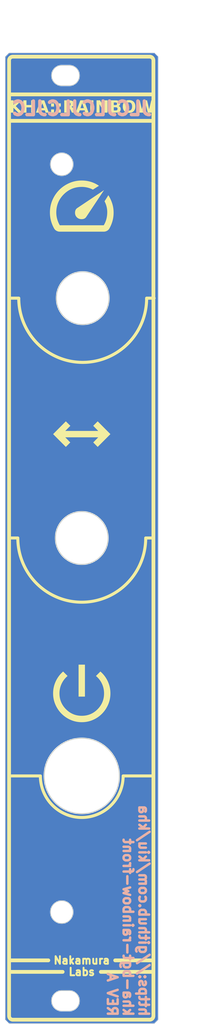
<source format=kicad_pcb>
(kicad_pcb (version 20221018) (generator pcbnew)
  (layers (0 "F.Cu" signal) (31 "B.Cu" signal) (34 "B.Paste" user) (35 "F.Paste" user) (36 "B.SilkS" user "B.Silkscreen") (37 "F.SilkS" user "F.Silkscreen") (38 "B.Mask" user) (39 "F.Mask" user) (44 "Edge.Cuts" user))
  (net 0 "")
  (gr_line (start 61.625 56.25) (end 60.5 56.25) (stroke (width 0.4)) (layer "F.SilkS"))
  (gr_line (start 79.5 119.5) (end 75.5 119.5) (stroke (width 0.4)) (layer "F.SilkS"))
  (gr_arc (start 79.525 151.275001) (mid 79.378553 151.628554) (end 79.025 151.775001) (stroke (width 0.5)) (layer "F.SilkS"))
  (gr_line (start 67.46 145.441) (end 60.348 145.441) (stroke (width 0.5)) (layer "F.SilkS"))
  (gr_arc (start 78.625 56.25) (mid 70.125 64.75) (end 61.625 56.25) (stroke (width 0.4)) (layer "F.SilkS"))
  (gr_line (start 65.555 143.917) (end 60.348 143.917) (stroke (width 0.5)) (layer "F.SilkS"))
  (gr_line (start 79.525 24.774999) (end 79.525 151.275001) (stroke (width 0.5)) (layer "F.SilkS"))
  (gr_line (start 61.625001 56.25) (end 60.625 56.25) (stroke (width 0.4)) (layer "F.SilkS"))
  (gr_line (start 61.500001 88) (end 60.5 88) (stroke (width 0.4)) (layer "F.SilkS"))
  (gr_line (start 79.525 143.917) (end 74.445 143.917) (stroke (width 0.5)) (layer "F.SilkS"))
  (gr_arc (start 78.499999 88) (mid 70 96.499999) (end 61.500001 88) (stroke (width 0.4)) (layer "F.SilkS"))
  (gr_poly (pts (xy 70.592584 45.5) (xy 70.567944 45.534623) (xy 70.541651 45.567055) (xy 70.513705 45.597296) (xy 70.484104 45.625346) (xy 70.45285 45.651205) (xy 70.419943 45.674873) (xy 70.385382 45.69635) (xy 70.349167 45.715635) (xy 70.311298 45.73273) (xy 70.271776 45.747633) (xy 70.2306 45.760346) (xy 70.187771 45.770867) (xy 70.143288 45.779197) (xy 70.097151 45.785336) (xy 70.049361 45.789284) (xy 69.999917 45.791041) (xy 69.950225 45.79069) (xy 69.90169 45.788313) (xy 69.854313 45.78391) (xy 69.808094 45.777482) (xy 69.763032 45.769028) (xy 69.719128 45.758548) (xy 69.676381 45.746042) (xy 69.634792 45.731511) (xy 69.59436 45.714953) (xy 69.555086 45.696371) (xy 69.516969 45.675762) (xy 69.48001 45.653128) (xy 69.444209 45.628468) (xy 69.409565 45.601782) (xy 69.376079 45.57307) (xy 69.34375 45.542333) (xy 69.313054 45.510046) (xy 69.284467 45.476683) (xy 69.257988 45.442246) (xy 69.233617 45.406734) (xy 69.211355 45.370147) (xy 69.191201 45.332486) (xy 69.173156 45.293749) (xy 69.157219 45.253937) (xy 69.14339 45.213051) (xy 69.13167 45.17109) (xy 69.122058 45.128054) (xy 69.114555 45.083943) (xy 69.10916 45.038757) (xy 69.105873 44.992496) (xy 69.104695 44.945161) (xy 69.105625 44.89675) (xy 69.108664 44.848588) (xy 69.113811 44.801996) (xy 69.121066 44.756976) (xy 69.13043 44.713526) (xy 69.141902 44.671648) (xy 69.155483 44.63134) (xy 69.171171 44.592604) (xy 69.179807 44.573824) (xy 69.188969 44.555438) (xy 69.198658 44.537444) (xy 69.208875 44.519843) (xy 69.219618 44.502635) (xy 69.230889 44.485819) (xy 69.242687 44.469396) (xy 69.255011 44.453366) (xy 69.267863 44.437729) (xy 69.281242 44.422484) (xy 69.295148 44.407633) (xy 69.309582 44.393174) (xy 69.324542 44.379107) (xy 69.34003 44.365434) (xy 69.372586 44.339265) (xy 69.40725 44.314667) (xy 72.96325 41.944)) (fill solid) (layer "F.SilkS"))
  (gr_line (start 64.5 119.5) (end 60.5 119.5) (stroke (width 0.4)) (layer "F.SilkS"))
  (gr_arc (start 60.340001 24.774999) (mid 60.486448 24.421447) (end 60.84 24.275) (stroke (width 0.5)) (layer "F.SilkS"))
  (gr_poly (pts (xy 73.81 74.250001) (xy 72.116668 75.943334) (xy 71.524001 75.350667) (xy 72.190751 74.673334) (xy 67.809251 74.673334) (xy 68.476001 75.350667) (xy 67.883334 75.943334) (xy 66.190001 74.250001) (xy 67.883334 72.556667) (xy 68.486584 73.149334) (xy 67.809251 73.826668) (xy 72.190751 73.826668) (xy 71.524001 73.149334) (xy 72.116668 72.556667)) (fill solid) (layer "F.SilkS"))
  (gr_poly (pts (xy 72.554759 105.746411) (xy 72.630786 105.817559) (xy 72.70458 105.890278) (xy 72.776141 105.964568) (xy 72.84547 106.040429) (xy 72.912567 106.117861) (xy 72.977431 106.196864) (xy 73.040063 106.277438) (xy 73.100463 106.359583) (xy 73.15863 106.443298) (xy 73.214564 106.528585) (xy 73.268266 106.615443) (xy 73.319736 106.703872) (xy 73.368973 106.793871) (xy 73.415978 106.885442) (xy 73.46075 106.978583) (xy 73.503042 107.072883) (xy 73.542606 107.167926) (xy 73.579441 107.263713) (xy 73.613547 107.360245) (xy 73.644925 107.457521) (xy 73.673575 107.55554) (xy 73.699496 107.654304) (xy 73.722688 107.753813) (xy 73.743152 107.854065) (xy 73.760887 107.955061) (xy 73.775894 108.056802) (xy 73.788172 108.159287) (xy 73.797722 108.262516) (xy 73.804543 108.366489) (xy 73.808636 108.471206) (xy 73.81 108.576667) (xy 73.808822 108.674211) (xy 73.805287 108.771053) (xy 73.799396 108.867192) (xy 73.791149 108.962628) (xy 73.780545 109.057361) (xy 73.767584 109.151392) (xy 73.752267 109.244719) (xy 73.734594 109.337344) (xy 73.714564 109.429266) (xy 73.692178 109.520486) (xy 73.667435 109.611002) (xy 73.640336 109.700816) (xy 73.610881 109.789926) (xy 73.579069 109.878334) (xy 73.5449 109.96604) (xy 73.508375 110.053042) (xy 73.469846 110.139011) (xy 73.429662 110.223616) (xy 73.387825 110.306856) (xy 73.344334 110.388732) (xy 73.29919 110.469244) (xy 73.252391 110.548392) (xy 73.20394 110.626175) (xy 73.153834 110.702594) (xy 73.102075 110.777649) (xy 73.048662 110.85134) (xy 72.993596 110.923666) (xy 72.936876 110.994628) (xy 72.878502 111.064226) (xy 72.818475 111.132459) (xy 72.756794 111.199328) (xy 72.693459 111.264833) (xy 72.628595 111.328809) (xy 72.562325 111.391089) (xy 72.49465 111.451675) (xy 72.425569 111.510565) (xy 72.355082 111.567761) (xy 72.28319 111.623261) (xy 72.209892 111.677067) (xy 72.135188 111.729177) (xy 72.059079 111.779593) (xy 71.981565 111.828313) (xy 71.902644 111.875339) (xy 71.822318 111.920669) (xy 71.740587 111.964305) (xy 71.65745 112.006245) (xy 71.572907 112.046491) (xy 71.486959 112.085041) (xy 71.399915 112.121566) (xy 71.312086 112.155735) (xy 71.223471 112.187547) (xy 71.134071 112.217002) (xy 71.043885 112.244101) (xy 70.952914 112.268844) (xy 70.861157 112.29123) (xy 70.768615 112.31126) (xy 70.675288 112.328933) (xy 70.581175 112.34425) (xy 70.486276 112.357211) (xy 70.390592 112.367815) (xy 70.294122 112.376062) (xy 70.196867 112.381953) (xy 70.098827 112.385488) (xy 70.000001 112.386666) (xy 69.902456 112.385488) (xy 69.805615 112.381953) (xy 69.709476 112.376062) (xy 69.61404 112.367815) (xy 69.519307 112.357211) (xy 69.425276 112.34425) (xy 69.331949 112.328933) (xy 69.239324 112.31126) (xy 69.147402 112.29123) (xy 69.056182 112.268844) (xy 68.965666 112.244101) (xy 68.875852 112.217002) (xy 68.786741 112.187547) (xy 68.698333 112.155735) (xy 68.610628 112.121566) (xy 68.523626 112.085041) (xy 68.437657 112.046491) (xy 68.353052 112.006245) (xy 68.269812 111.964305) (xy 68.187936 111.920669) (xy 68.107424 111.875339) (xy 68.028276 111.828313) (xy 67.950493 111.779593) (xy 67.874074 111.729177) (xy 67.799019 111.677067) (xy 67.725328 111.623261) (xy 67.653002 111.567761) (xy 67.58204 111.510565) (xy 67.512442 111.451675) (xy 67.444209 111.391089) (xy 67.377339 111.328809) (xy 67.311834 111.264833) (xy 67.247859 111.199328) (xy 67.185578 111.132459) (xy 67.124993 111.064226) (xy 67.066102 110.994628) (xy 67.008907 110.923666) (xy 66.953406 110.85134) (xy 66.899601 110.777649) (xy 66.84749 110.702594) (xy 66.797075 110.626175) (xy 66.748354 110.548392) (xy 66.701329 110.469244) (xy 66.655998 110.388732) (xy 66.612363 110.306856) (xy 66.570422 110.223616) (xy 66.530177 110.139011) (xy 66.491626 110.053042) (xy 66.455101 109.96604) (xy 66.420933 109.878334) (xy 66.389121 109.789926) (xy 66.359665 109.700816) (xy 66.332566 109.611002) (xy 66.307823 109.520486) (xy 66.285437 109.429266) (xy 66.265407 109.337344) (xy 66.247734 109.244719) (xy 66.232417 109.151392) (xy 66.219457 109.057361) (xy 66.208853 108.962628) (xy 66.200605 108.867192) (xy 66.194714 108.771053) (xy 66.191179 108.674211) (xy 66.190001 108.576667) (xy 66.191365 108.471206) (xy 66.195458 108.366489) (xy 66.202279 108.262516) (xy 66.211829 108.159287) (xy 66.224107 108.056802) (xy 66.239114 107.955061) (xy 66.25685 107.854065) (xy 66.277313 107.753813) (xy 66.300506 107.654304) (xy 66.326427 107.55554) (xy 66.355076 107.457521) (xy 66.386454 107.360245) (xy 66.420561 107.263713) (xy 66.457395 107.167926) (xy 66.496959 107.072883) (xy 66.539251 106.978583) (xy 66.584023 106.885442) (xy 66.631028 106.793871) (xy 66.680266 106.703872) (xy 66.731735 106.615443) (xy 66.785437 106.528585) (xy 66.841372 106.443298) (xy 66.899539 106.359583) (xy 66.959938 106.277438) (xy 67.02257 106.196864) (xy 67.087435 106.117861) (xy 67.154531 106.040429) (xy 67.22386 105.964568) (xy 67.295422 105.890278) (xy 67.369216 105.817559) (xy 67.445242 105.746411) (xy 67.523501 105.676834) (xy 68.116168 106.2695) (xy 68.053536 106.32312) (xy 67.99264 106.378145) (xy 67.933481 106.434576) (xy 67.876058 106.492412) (xy 67.820372 106.551654) (xy 67.766421 106.612301) (xy 67.714208 106.674354) (xy 67.66373 106.737813) (xy 67.614989 106.802677) (xy 67.567984 106.868947) (xy 67.522715 106.936622) (xy 67.479183 107.005703) (xy 67.437387 107.07619) (xy 67.397328 107.148082) (xy 67.359005 107.22138) (xy 67.322418 107.296083) (xy 67.287815 107.371779) (xy 67.255445 107.448053) (xy 67.225307 107.524907) (xy 67.197402 107.602339) (xy 67.171729 107.680349) (xy 67.148289 107.758939) (xy 67.127081 107.838107) (xy 67.108105 107.917854) (xy 67.091362 107.99818) (xy 67.076851 108.079085) (xy 67.064573 108.160568) (xy 67.054527 108.24263) (xy 67.046713 108.325271) (xy 67.041132 108.408491) (xy 67.037784 108.49229) (xy 67.036668 108.576667) (xy 67.040058 108.72872) (xy 67.050227 108.877961) (xy 67.067177 109.024392) (xy 67.090907 109.168011) (xy 67.121417 109.308819) (xy 67.158707 109.446816) (xy 67.202776 109.582001) (xy 67.253626 109.714375) (xy 67.311255 109.843939) (xy 67.375665 109.97069) (xy 67.446854 110.094631) (xy 67.524824 110.215761) (xy 67.609573 110.334079) (xy 67.701102 110.449586) (xy 67.799412 110.562282) (xy 67.904501 110.672167) (xy 68.014386 110.777256) (xy 68.127082 110.875565) (xy 68.242589 110.967095) (xy 68.360907 111.051844) (xy 68.482037 111.129813) (xy 68.605977 111.201003) (xy 68.732729 111.265412) (xy 68.862292 111.323042) (xy 68.994667 111.373891) (xy 69.129852 111.417961) (xy 69.267849 111.455251) (xy 69.408657 111.48576) (xy 69.552276 111.50949) (xy 69.698707 111.52644) (xy 69.847948 111.53661) (xy 70.000001 111.54) (xy 70.153315 111.53661) (xy 70.303693 111.52644) (xy 70.451136 111.50949) (xy 70.595644 111.48576) (xy 70.737217 111.455251) (xy 70.875854 111.417961) (xy 71.011557 111.373891) (xy 71.144324 111.323042) (xy 71.274156 111.265412) (xy 71.401052 111.201003) (xy 71.525014 111.129813) (xy 71.64604 111.051844) (xy 71.764131 110.967095) (xy 71.879287 110.875565) (xy 71.991507 110.777256) (xy 72.100792 110.672167) (xy 72.205241 110.562282) (xy 72.302951 110.449586) (xy 72.393922 110.334079) (xy 72.478154 110.215761) (xy 72.555648 110.094631) (xy 72.626404 109.97069) (xy 72.69042 109.843939) (xy 72.747698 109.714375) (xy 72.798238 109.582001) (xy 72.842039 109.446816) (xy 72.879101 109.308819) (xy 72.909425 109.168011) (xy 72.93301 109.024392) (xy 72.949856 108.877961) (xy 72.959964 108.72872) (xy 72.963334 108.576667) (xy 72.962238 108.49229) (xy 72.958952 108.408491) (xy 72.953474 108.325271) (xy 72.945805 108.24263) (xy 72.935945 108.160568) (xy 72.923894 108.079085) (xy 72.909652 107.99818) (xy 72.893219 107.917854) (xy 72.874595 107.838107) (xy 72.85378 107.758939) (xy 72.830774 107.680349) (xy 72.805576 107.602339) (xy 72.778188 107.524907) (xy 72.748608 107.448053) (xy 72.716837 107.371779) (xy 72.682876 107.296083) (xy 72.646888 107.22138) (xy 72.60904 107.148082) (xy 72.569332 107.07619) (xy 72.527764 107.005703) (xy 72.484335 106.936622) (xy 72.439046 106.868947) (xy 72.391896 106.802677) (xy 72.342886 106.737813) (xy 72.292016 106.674354) (xy 72.239285 106.612301) (xy 72.184694 106.551654) (xy 72.128243 106.492412) (xy 72.069931 106.434576) (xy 72.009759 106.378145) (xy 71.947727 106.32312) (xy 71.883834 106.2695) (xy 72.4765 105.676834)) (fill solid) (layer "F.SilkS"))
  (gr_line (start 79.625 56.25) (end 78.625 56.25) (stroke (width 0.4)) (layer "F.SilkS"))
  (gr_line (start 60.34 151.275) (end 60.34 24.775) (stroke (width 0.5)) (layer "F.SilkS"))
  (gr_arc (start 79.025 24.274999) (mid 79.378553 24.421446) (end 79.525 24.774999) (stroke (width 0.5)) (layer "F.SilkS"))
  (gr_line (start 60.84 24.275) (end 79.025 24.274999) (stroke (width 0.5)) (layer "F.SilkS"))
  (gr_arc (start 75.5 119.5) (mid 70 125) (end 64.5 119.5) (stroke (width 0.4)) (layer "F.SilkS"))
  (gr_poly (pts (xy 70.423334 109) (xy 69.576668 109) (xy 69.576668 104.766667) (xy 70.423334 104.766667)) (fill solid) (layer "F.SilkS"))
  (gr_line (start 79.025 151.775001) (end 60.84 151.775) (stroke (width 0.5)) (layer "F.SilkS"))
  (gr_line (start 79.5 56.25) (end 78.625 56.25) (stroke (width 0.4)) (layer "F.SilkS"))
  (gr_poly (pts (xy 70.155277 40.676729) (xy 70.309148 40.684914) (xy 70.461532 40.698557) (xy 70.612427 40.717656) (xy 70.761834 40.742213) (xy 70.909753 40.772227) (xy 71.056183 40.807698) (xy 71.201125 40.848625) (xy 71.344248 40.89501) (xy 71.485221 40.946852) (xy 71.624045 41.004151) (xy 71.760719 41.066907) (xy 71.895243 41.135119) (xy 72.027617 41.208789) (xy 72.157842 41.287916) (xy 72.285917 41.3725) (xy 71.481583 41.8805) (xy 71.393857 41.836927) (xy 71.305305 41.796164) (xy 71.215925 41.758213) (xy 71.125719 41.723073) (xy 71.034686 41.690745) (xy 70.942826 41.661227) (xy 70.850139 41.63452) (xy 70.756625 41.610625) (xy 70.662615 41.589541) (xy 70.56844 41.571268) (xy 70.4741 41.555807) (xy 70.379594 41.543156) (xy 70.284923 41.533317) (xy 70.190086 41.526289) (xy 70.095084 41.522073) (xy 69.999917 41.520667) (xy 69.825602 41.524532) (xy 69.654553 41.536129) (xy 69.48677 41.555456) (xy 69.322253 41.582513) (xy 69.161002 41.617302) (xy 69.003016 41.659821) (xy 68.848297 41.710071) (xy 68.696844 41.768052) (xy 68.548657 41.833764) (xy 68.403735 41.907207) (xy 68.26208 41.98838) (xy 68.12369 42.077284) (xy 67.988567 42.173919) (xy 67.856709 42.278285) (xy 67.728118 42.390381) (xy 67.602792 42.510208) (xy 67.482965 42.635534) (xy 67.370868 42.764126) (xy 67.266502 42.895983) (xy 67.169867 43.031107) (xy 67.080963 43.169496) (xy 66.99979 43.311152) (xy 66.926347 43.456073) (xy 66.860636 43.60426) (xy 66.802655 43.755714) (xy 66.752405 43.910433) (xy 66.709885 44.068418) (xy 66.675097 44.229669) (xy 66.648039 44.394186) (xy 66.628712 44.561969) (xy 66.617116 44.733018) (xy 66.61325 44.907333) (xy 66.615152 45.018293) (xy 66.620857 45.128922) (xy 66.630365 45.23922) (xy 66.643677 45.349187) (xy 66.660793 45.458824) (xy 66.681711 45.56813) (xy 66.706433 45.677105) (xy 66.734959 45.78575) (xy 66.766957 45.893402) (xy 66.802097 45.999401) (xy 66.840378 46.103746) (xy 66.881802 46.206438) (xy 66.926368 46.307475) (xy 66.974076 46.406859) (xy 67.024925 46.50459) (xy 67.078917 46.600667) (xy 72.920916 46.600667) (xy 72.979704 46.499629) (xy 73.034357 46.397599) (xy 73.084876 46.294577) (xy 73.13126 46.190563) (xy 73.173511 46.085556) (xy 73.211628 45.979558) (xy 73.24561 45.872567) (xy 73.275458 45.764583) (xy 73.301503 45.655608) (xy 73.324076 45.545641) (xy 73.343175 45.434681) (xy 73.358802 45.322729) (xy 73.370956 45.209785) (xy 73.379638 45.095849) (xy 73.384847 44.980921) (xy 73.386583 44.865) (xy 73.385178 44.770081) (xy 73.380961 44.675823) (xy 73.373933 44.582227) (xy 73.364094 44.489292) (xy 73.351444 44.397018) (xy 73.335982 44.305406) (xy 73.317709 44.214456) (xy 73.296625 44.124167) (xy 73.27273 44.034539) (xy 73.246023 43.945573) (xy 73.216506 43.857268) (xy 73.184177 43.769625) (xy 73.149037 43.682643) (xy 73.111086 43.596323) (xy 73.070323 43.510664) (xy 73.02675 43.425667) (xy 73.53475 42.621334) (xy 73.612058 42.74668) (xy 73.685232 42.874011) (xy 73.754272 43.003326) (xy 73.819177 43.134625) (xy 73.879949 43.267909) (xy 73.936586 43.403177) (xy 73.989089 43.54043) (xy 74.037459 43.679667) (xy 74.081032 43.820557) (xy 74.119149 43.962771) (xy 74.151808 44.106307) (xy 74.179011 44.251167) (xy 74.200756 44.397349) (xy 74.217044 44.544854) (xy 74.227876 44.693682) (xy 74.23325 44.843833) (xy 74.233416 44.993819) (xy 74.22862 45.142151) (xy 74.218863 45.28883) (xy 74.204146 45.433854) (xy 74.184467 45.577225) (xy 74.159828 45.718943) (xy 74.130228 45.859007) (xy 74.095667 45.997417) (xy 74.056476 46.134173) (xy 74.012985 46.269276) (xy 73.965194 46.402725) (xy 73.913104 46.534521) (xy 73.856715 46.664663) (xy 73.796026 46.793151) (xy 73.731037 46.919986) (xy 73.66175 47.045167) (xy 73.646867 47.068648) (xy 73.631323 47.091469) (xy 73.615117 47.113627) (xy 73.59825 47.135125) (xy 73.580721 47.155961) (xy 73.562531 47.176135) (xy 73.54368 47.195648) (xy 73.524167 47.2145) (xy 73.503992 47.23269) (xy 73.483156 47.250219) (xy 73.461659 47.267086) (xy 73.4395 47.283291) (xy 73.41668 47.298836) (xy 73.393198 47.313719) (xy 73.369055 47.32794) (xy 73.34425 47.3415) (xy 73.319032 47.354316) (xy 73.293648 47.366305) (xy 73.2681 47.377467) (xy 73.242385 47.387802) (xy 73.216506 47.397311) (xy 73.190461 47.405992) (xy 73.16425 47.413847) (xy 73.137875 47.420875) (xy 73.111334 47.427076) (xy 73.084627 47.432451) (xy 73.057756 47.436998) (xy 73.030719 47.440719) (xy 73.003516 47.443613) (xy 72.976148 47.44568) (xy 72.948615 47.44692) (xy 72.920916 47.447333) (xy 67.078917 47.447333) (xy 67.051218 47.44692) (xy 67.023685 47.44568) (xy 66.996317 47.443613) (xy 66.969115 47.440719) (xy 66.942078 47.436998) (xy 66.915206 47.432451) (xy 66.8885 47.427076) (xy 66.861959 47.420875) (xy 66.835583 47.413847) (xy 66.809373 47.405992) (xy 66.783328 47.397311) (xy 66.757448 47.387802) (xy 66.731734 47.377467) (xy 66.706185 47.366305) (xy 66.680802 47.354316) (xy 66.655584 47.3415) (xy 66.630779 47.32794) (xy 66.606636 47.313719) (xy 66.583154 47.298836) (xy 66.560334 47.283291) (xy 66.538175 47.267086) (xy 66.516677 47.250219) (xy 66.495841 47.23269) (xy 66.475667 47.2145) (xy 66.456154 47.195648) (xy 66.437302 47.176135) (xy 66.419112 47.155961) (xy 66.401584 47.135125) (xy 66.384716 47.113627) (xy 66.368511 47.091469) (xy 66.352966 47.068648) (xy 66.338084 47.045167) (xy 66.271276 46.925195) (xy 66.208438 46.803403) (xy 66.149568 46.679793) (xy 66.094667 46.554364) (xy 66.043735 46.427116) (xy 65.996771 46.298049) (xy 65.953776 46.167163) (xy 65.91475 46.034458) (xy 65.880024 45.899934) (xy 65.849927 45.763591) (xy 65.824461 45.625429) (xy 65.803625 45.485448) (xy 65.78742 45.343648) (xy 65.775844 45.200029) (xy 65.768899 45.054591) (xy 65.766584 44.907333) (xy 65.767886 44.797965) (xy 65.771793 44.689465) (xy 65.778304 44.581834) (xy 65.78742 44.47507) (xy 65.79914 44.369175) (xy 65.813464 44.264148) (xy 65.830394 44.159989) (xy 65.849927 44.056698) (xy 65.872066 43.954275) (xy 65.896808 43.852721) (xy 65.924155 43.752035) (xy 65.954107 43.652216) (xy 65.986663 43.553266) (xy 66.021824 43.455184) (xy 66.059589 43.357971) (xy 66.099959 43.261625) (xy 66.142581 43.166458) (xy 66.187106 43.072779) (xy 66.233532 42.980588) (xy 66.28186 42.889886) (xy 66.332089 42.800671) (xy 66.38422 42.712945) (xy 66.438253 42.626708) (xy 66.494188 42.541958) (xy 66.552024 42.458697) (xy 66.611762 42.376925) (xy 66.673402 42.29664) (xy 66.736943 42.217844) (xy 66.802386 42.140536) (xy 66.869731 42.064716) (xy 66.938977 41.990385) (xy 67.010125 41.917542) (xy 67.082989 41.846394) (xy 67.157382 41.777147) (xy 67.233305 41.709803) (xy 67.310758 41.64436) (xy 67.38974 41.580818) (xy 67.470252 41.519179) (xy 67.552294 41.459441) (xy 67.635865 41.401604) (xy 67.720966 41.34567) (xy 67.807596 41.291637) (xy 67.895756 41.239506) (xy 67.985446 41.189276) (xy 68.076665 41.140948) (xy 68.169414 41.094522) (xy 68.263692 41.049998) (xy 68.3595 41.007375) (xy 68.456445 40.967006) (xy 68.554134 40.92924) (xy 68.652568 40.89408) (xy 68.751745 40.861524) (xy 68.851666 40.831572) (xy 68.952332 40.804225) (xy 69.053742 40.779482) (xy 69.155896 40.757344) (xy 69.258794 40.73781) (xy 69.362436 40.720881) (xy 69.466823 40.706556) (xy 69.571953 40.694836) (xy 69.677828 40.68572) (xy 69.784447 40.679209) (xy 69.89181 40.675302) (xy 69.999917 40.674)) (fill solid) (layer "F.SilkS"))
  (gr_arc (start 78.624999 56.25) (mid 70.125 64.749999) (end 61.625001 56.25) (stroke (width 0.4)) (layer "F.SilkS"))
  (gr_line (start 60.34 29.275) (end 79.525 29.275) (stroke (width 0.5)) (layer "F.SilkS"))
  (gr_arc (start 60.84 151.775) (mid 60.486447 151.628553) (end 60.34 151.275) (stroke (width 0.5)) (layer "F.SilkS"))
  (gr_line (start 79.5 88) (end 78.5 88) (stroke (width 0.4)) (layer "F.SilkS"))
  (gr_line (start 60.34 32.775) (end 79.525 32.775) (stroke (width 0.5)) (layer "F.SilkS"))
  (gr_line (start 79.525 145.441) (end 72.54 145.441) (stroke (width 0.5)) (layer "F.SilkS"))
  (gr_line (start 59.84 151.775) (end 59.84 24.275) (stroke (width 0.05)) (layer "Edge.Cuts"))
  (gr_line (start 59.84 24.275) (end 60.34 23.775) (stroke (width 0.05)) (layer "Edge.Cuts"))
  (gr_line (start 67.34 28.125) (end 68.34 28.125) (stroke (width 0.1)) (layer "Edge.Cuts"))
  (gr_arc (start 68.34 25.425) (mid 69.69 26.775) (end 68.34 28.125) (stroke (width 0.1)) (layer "Edge.Cuts"))
  (gr_line (start 67.34 147.925) (end 68.34 147.925) (stroke (width 0.1)) (layer "Edge.Cuts"))
  (gr_arc (start 68.34 147.925) (mid 69.69 149.275) (end 68.34 150.625) (stroke (width 0.1)) (layer "Edge.Cuts"))
  (gr_line (start 60.34 23.775) (end 79.66 23.775) (stroke (width 0.05)) (layer "Edge.Cuts"))
  (gr_circle (center 70.125 56.25) (end 73.625 56.25) (stroke (width 0.15)) (fill none) (layer "Edge.Cuts"))
  (gr_arc (start 67.34 28.125) (mid 65.99 26.775) (end 67.34 25.425) (stroke (width 0.1)) (layer "Edge.Cuts"))
  (gr_line (start 79.66 23.775) (end 80.16 24.275) (stroke (width 0.05)) (layer "Edge.Cuts"))
  (gr_circle (center 70 119.5) (end 75 119.5) (stroke (width 0.15)) (fill none) (layer "Edge.Cuts"))
  (gr_circle (center 70 88) (end 73.5 88) (stroke (width 0.15)) (fill none) (layer "Edge.Cuts"))
  (gr_line (start 67.34 150.625) (end 68.34 150.625) (stroke (width 0.1)) (layer "Edge.Cuts"))
  (gr_line (start 67.34 25.425) (end 68.34 25.425) (stroke (width 0.1)) (layer "Edge.Cuts"))
  (gr_line (start 79.66 152.275) (end 80.16 151.775) (stroke (width 0.05)) (layer "Edge.Cuts"))
  (gr_circle (center 67.34 137.525) (end 68.84 137.525) (stroke (width 0.1)) (fill none) (layer "Edge.Cuts"))
  (gr_line (start 80.16 24.275) (end 80.16 151.775) (stroke (width 0.05)) (layer "Edge.Cuts"))
  (gr_line (start 79.66 152.275) (end 60.34 152.275) (stroke (width 0.05)) (layer "Edge.Cuts"))
  (gr_line (start 59.84 151.775) (end 60.34 152.275) (stroke (width 0.05)) (layer "Edge.Cuts"))
  (gr_arc (start 67.34 150.625) (mid 65.99 149.275) (end 67.34 147.925) (stroke (width 0.1)) (layer "Edge.Cuts"))
  (gr_circle (center 67.34 38.525) (end 68.84 38.525) (stroke (width 0.1)) (fill none) (layer "Edge.Cuts"))
  (gr_text "JLCJLCJLCJLC" (at 70 31.141) (layer "B.SilkS") (effects (font (size 1.8 1.8) (thickness 0.45) bold) (justify mirror)))
  (gr_text "https://github.com/kiu/kha\nkha-bgt-rainbow-front\nREV A" (at 79 151.5 270) (layer "B.SilkS") (effects (font (size 1.3 1.3) (thickness 0.325) bold) (justify left top mirror)))
  (gr_text "KHA::RAINBOW" (at 70 31.025) (layer "F.SilkS") (effects (font (size 1.6 1.6) (thickness 0.25) bold)))
  (gr_text "Nakamura" (at 70 143.917) (layer "F.SilkS") (effects (font (size 1 1) (thickness 0.25))))
  (gr_text "Labs" (at 70 145.441) (layer "F.SilkS") (effects (font (size 1 1) (thickness 0.25))))
  (zone (net 0) (net_name "") (layers "F&B.Cu") (connect_pads (clearance 0.508)) (min_thickness 0.254) (fill yes (thermal_gap 0.508) (thermal_bridge_width 0.508) (island_removal_mode 1) (island_area_min 10))
    (polygon (pts (xy 80.16 152.275) (xy 59.84 152.275) (xy 59.84 23.775) (xy 80.16 23.775)))
  )
)
</source>
